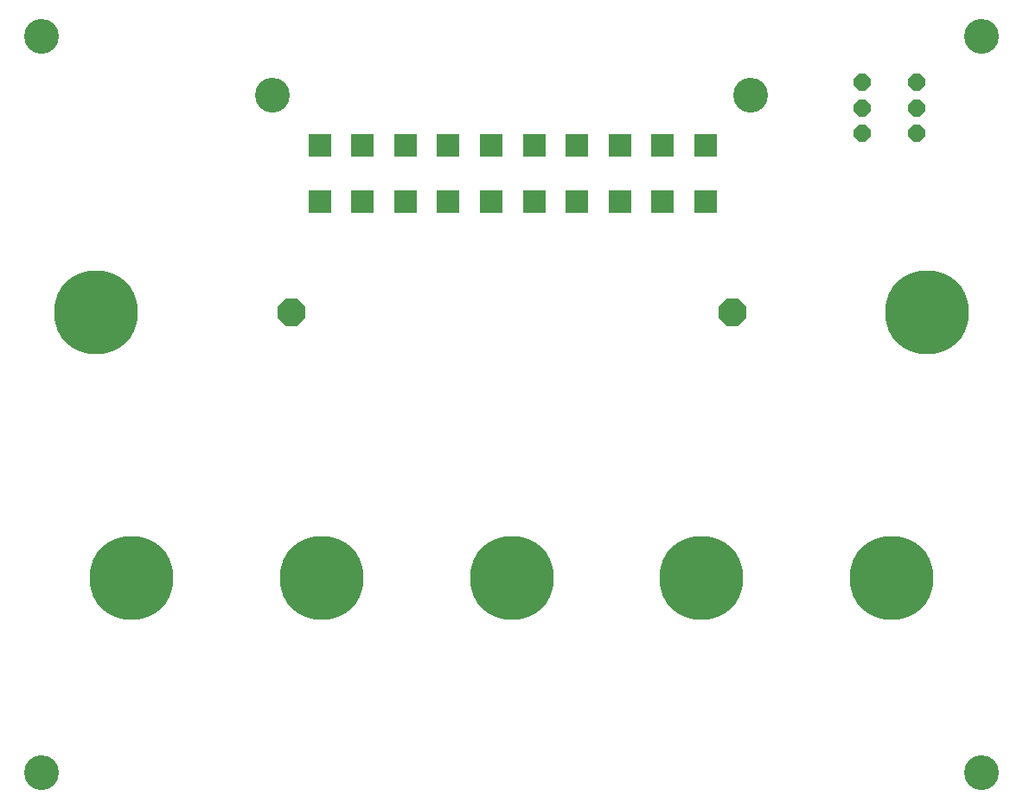
<source format=gbr>
G04 EAGLE Gerber RS-274X export*
G75*
%MOMM*%
%FSLAX34Y34*%
%LPD*%
%INSoldermask Bottom*%
%IPPOS*%
%AMOC8*
5,1,8,0,0,1.08239X$1,22.5*%
G01*
%ADD10P,2.969212X8X202.500000*%
%ADD11C,8.203200*%
%ADD12R,2.303200X2.303200*%
%ADD13C,3.403200*%
%ADD14P,1.745679X8X112.500000*%


D10*
X715900Y490000D03*
X284100Y490000D03*
D11*
X314000Y230000D03*
X500000Y230000D03*
X686000Y230000D03*
X906650Y490000D03*
X872000Y230000D03*
X93350Y490000D03*
D12*
X312000Y653700D03*
X354000Y653700D03*
X396000Y653700D03*
X438000Y653700D03*
X480000Y653700D03*
X522000Y653700D03*
X564000Y653700D03*
X606000Y653700D03*
X648000Y653700D03*
X690000Y653700D03*
X312000Y598700D03*
X354000Y598700D03*
X396000Y598700D03*
X438000Y598700D03*
X480000Y598700D03*
X522000Y598700D03*
X564000Y598700D03*
X606000Y598700D03*
X648000Y598700D03*
X690000Y598700D03*
D13*
X266000Y703000D03*
X734000Y703000D03*
D11*
X128000Y230000D03*
D14*
X843000Y665000D03*
X843000Y690000D03*
X843000Y715000D03*
X897000Y715000D03*
X897000Y690000D03*
X897000Y665000D03*
D13*
X40000Y40000D03*
X960000Y40000D03*
X960000Y760000D03*
X40000Y760000D03*
M02*

</source>
